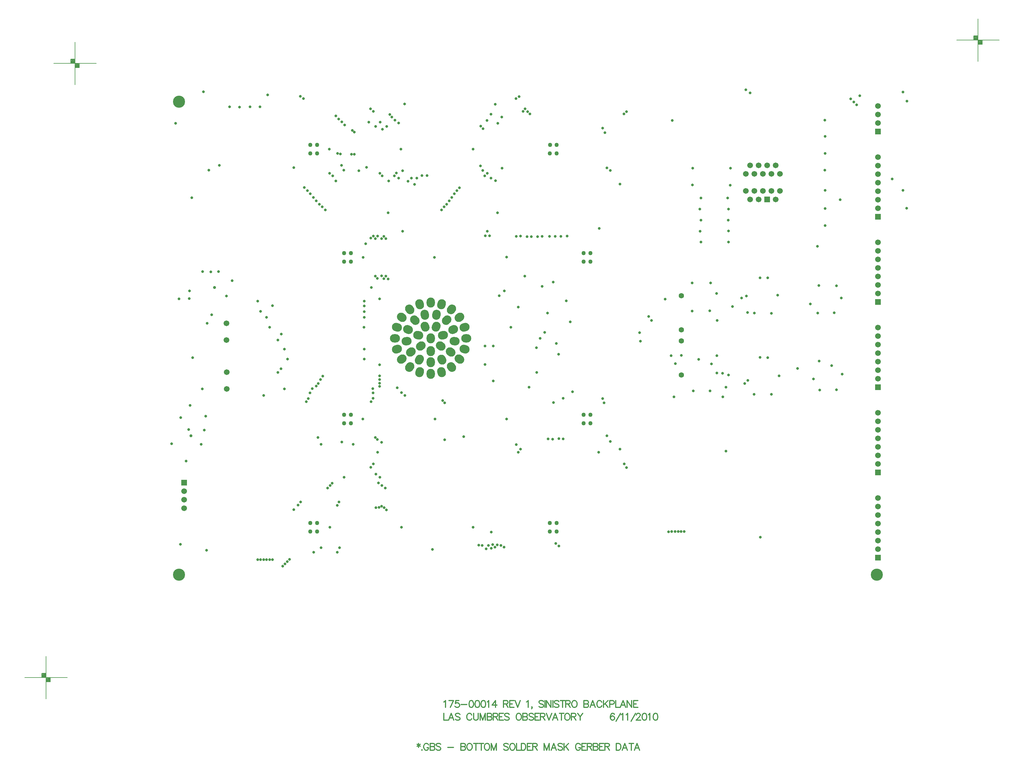
<source format=gbs>
%FSLAX23Y23*%
%MOIN*%
G70*
G01*
G75*
G04 Layer_Color=16711935*
%ADD10R,0.050X0.050*%
%ADD11R,0.078X0.048*%
%ADD12R,0.050X0.050*%
%ADD13R,0.135X0.070*%
%ADD14R,0.037X0.035*%
%ADD15R,0.037X0.035*%
%ADD16R,0.100X0.100*%
%ADD17R,0.067X0.067*%
%ADD18O,0.028X0.018*%
%ADD19O,0.098X0.028*%
%ADD20R,0.094X0.130*%
%ADD21R,0.709X0.020*%
%ADD22R,0.016X0.085*%
%ADD23R,0.070X0.135*%
%ADD24C,0.030*%
%ADD25C,0.010*%
%ADD26C,0.020*%
%ADD27C,0.012*%
%ADD28C,0.008*%
%ADD29C,0.012*%
%ADD30C,0.012*%
%ADD31C,0.059*%
%ADD32R,0.059X0.059*%
%ADD33C,0.055*%
%ADD34C,0.134*%
%ADD35C,0.050*%
G04:AMPARAMS|DCode=36|XSize=90mil|YSize=110mil|CornerRadius=0mil|HoleSize=0mil|Usage=FLASHONLY|Rotation=162.000|XOffset=0mil|YOffset=0mil|HoleType=Round|Shape=Round|*
%AMOVALD36*
21,1,0.020,0.090,0.000,0.000,252.0*
1,1,0.090,0.003,0.010*
1,1,0.090,-0.003,-0.010*
%
%ADD36OVALD36*%

G04:AMPARAMS|DCode=37|XSize=90mil|YSize=110mil|CornerRadius=0mil|HoleSize=0mil|Usage=FLASHONLY|Rotation=144.000|XOffset=0mil|YOffset=0mil|HoleType=Round|Shape=Round|*
%AMOVALD37*
21,1,0.020,0.090,0.000,0.000,234.0*
1,1,0.090,0.006,0.008*
1,1,0.090,-0.006,-0.008*
%
%ADD37OVALD37*%

G04:AMPARAMS|DCode=38|XSize=90mil|YSize=110mil|CornerRadius=0mil|HoleSize=0mil|Usage=FLASHONLY|Rotation=126.000|XOffset=0mil|YOffset=0mil|HoleType=Round|Shape=Round|*
%AMOVALD38*
21,1,0.020,0.090,0.000,0.000,216.0*
1,1,0.090,0.008,0.006*
1,1,0.090,-0.008,-0.006*
%
%ADD38OVALD38*%

G04:AMPARAMS|DCode=39|XSize=90mil|YSize=110mil|CornerRadius=0mil|HoleSize=0mil|Usage=FLASHONLY|Rotation=108.000|XOffset=0mil|YOffset=0mil|HoleType=Round|Shape=Round|*
%AMOVALD39*
21,1,0.020,0.090,0.000,0.000,198.0*
1,1,0.090,0.010,0.003*
1,1,0.090,-0.010,-0.003*
%
%ADD39OVALD39*%

%ADD40O,0.110X0.090*%
G04:AMPARAMS|DCode=41|XSize=90mil|YSize=110mil|CornerRadius=0mil|HoleSize=0mil|Usage=FLASHONLY|Rotation=72.000|XOffset=0mil|YOffset=0mil|HoleType=Round|Shape=Round|*
%AMOVALD41*
21,1,0.020,0.090,0.000,0.000,162.0*
1,1,0.090,0.010,-0.003*
1,1,0.090,-0.010,0.003*
%
%ADD41OVALD41*%

G04:AMPARAMS|DCode=42|XSize=90mil|YSize=110mil|CornerRadius=0mil|HoleSize=0mil|Usage=FLASHONLY|Rotation=54.000|XOffset=0mil|YOffset=0mil|HoleType=Round|Shape=Round|*
%AMOVALD42*
21,1,0.020,0.090,0.000,0.000,144.0*
1,1,0.090,0.008,-0.006*
1,1,0.090,-0.008,0.006*
%
%ADD42OVALD42*%

G04:AMPARAMS|DCode=43|XSize=90mil|YSize=110mil|CornerRadius=0mil|HoleSize=0mil|Usage=FLASHONLY|Rotation=36.000|XOffset=0mil|YOffset=0mil|HoleType=Round|Shape=Round|*
%AMOVALD43*
21,1,0.020,0.090,0.000,0.000,126.0*
1,1,0.090,0.006,-0.008*
1,1,0.090,-0.006,0.008*
%
%ADD43OVALD43*%

G04:AMPARAMS|DCode=44|XSize=90mil|YSize=110mil|CornerRadius=0mil|HoleSize=0mil|Usage=FLASHONLY|Rotation=18.000|XOffset=0mil|YOffset=0mil|HoleType=Round|Shape=Round|*
%AMOVALD44*
21,1,0.020,0.090,0.000,0.000,108.0*
1,1,0.090,0.003,-0.010*
1,1,0.090,-0.003,0.010*
%
%ADD44OVALD44*%

%ADD45O,0.090X0.110*%
G04:AMPARAMS|DCode=46|XSize=90mil|YSize=110mil|CornerRadius=0mil|HoleSize=0mil|Usage=FLASHONLY|Rotation=152.304|XOffset=0mil|YOffset=0mil|HoleType=Round|Shape=Round|*
%AMOVALD46*
21,1,0.020,0.090,0.000,0.000,242.3*
1,1,0.090,0.005,0.009*
1,1,0.090,-0.005,-0.009*
%
%ADD46OVALD46*%

G04:AMPARAMS|DCode=47|XSize=90mil|YSize=110mil|CornerRadius=0mil|HoleSize=0mil|Usage=FLASHONLY|Rotation=124.612|XOffset=0mil|YOffset=0mil|HoleType=Round|Shape=Round|*
%AMOVALD47*
21,1,0.020,0.090,0.000,0.000,214.6*
1,1,0.090,0.008,0.006*
1,1,0.090,-0.008,-0.006*
%
%ADD47OVALD47*%

G04:AMPARAMS|DCode=48|XSize=90mil|YSize=110mil|CornerRadius=0mil|HoleSize=0mil|Usage=FLASHONLY|Rotation=96.920|XOffset=0mil|YOffset=0mil|HoleType=Round|Shape=Round|*
%AMOVALD48*
21,1,0.020,0.090,0.000,0.000,186.9*
1,1,0.090,0.010,0.001*
1,1,0.090,-0.010,-0.001*
%
%ADD48OVALD48*%

G04:AMPARAMS|DCode=49|XSize=90mil|YSize=110mil|CornerRadius=0mil|HoleSize=0mil|Usage=FLASHONLY|Rotation=69.228|XOffset=0mil|YOffset=0mil|HoleType=Round|Shape=Round|*
%AMOVALD49*
21,1,0.020,0.090,0.000,0.000,159.2*
1,1,0.090,0.009,-0.004*
1,1,0.090,-0.009,0.004*
%
%ADD49OVALD49*%

G04:AMPARAMS|DCode=50|XSize=90mil|YSize=110mil|CornerRadius=0mil|HoleSize=0mil|Usage=FLASHONLY|Rotation=41.536|XOffset=0mil|YOffset=0mil|HoleType=Round|Shape=Round|*
%AMOVALD50*
21,1,0.020,0.090,0.000,0.000,131.5*
1,1,0.090,0.007,-0.007*
1,1,0.090,-0.007,0.007*
%
%ADD50OVALD50*%

G04:AMPARAMS|DCode=51|XSize=90mil|YSize=110mil|CornerRadius=0mil|HoleSize=0mil|Usage=FLASHONLY|Rotation=13.844|XOffset=0mil|YOffset=0mil|HoleType=Round|Shape=Round|*
%AMOVALD51*
21,1,0.020,0.090,0.000,0.000,103.8*
1,1,0.090,0.002,-0.010*
1,1,0.090,-0.002,0.010*
%
%ADD51OVALD51*%

G04:AMPARAMS|DCode=52|XSize=90mil|YSize=110mil|CornerRadius=0mil|HoleSize=0mil|Usage=FLASHONLY|Rotation=346.152|XOffset=0mil|YOffset=0mil|HoleType=Round|Shape=Round|*
%AMOVALD52*
21,1,0.020,0.090,0.000,0.000,76.2*
1,1,0.090,-0.002,-0.010*
1,1,0.090,0.002,0.010*
%
%ADD52OVALD52*%

G04:AMPARAMS|DCode=53|XSize=90mil|YSize=110mil|CornerRadius=0mil|HoleSize=0mil|Usage=FLASHONLY|Rotation=318.460|XOffset=0mil|YOffset=0mil|HoleType=Round|Shape=Round|*
%AMOVALD53*
21,1,0.020,0.090,0.000,0.000,48.5*
1,1,0.090,-0.007,-0.007*
1,1,0.090,0.007,0.007*
%
%ADD53OVALD53*%

G04:AMPARAMS|DCode=54|XSize=90mil|YSize=110mil|CornerRadius=0mil|HoleSize=0mil|Usage=FLASHONLY|Rotation=290.768|XOffset=0mil|YOffset=0mil|HoleType=Round|Shape=Round|*
%AMOVALD54*
21,1,0.020,0.090,0.000,0.000,20.8*
1,1,0.090,-0.009,-0.004*
1,1,0.090,0.009,0.004*
%
%ADD54OVALD54*%

G04:AMPARAMS|DCode=55|XSize=90mil|YSize=110mil|CornerRadius=0mil|HoleSize=0mil|Usage=FLASHONLY|Rotation=263.076|XOffset=0mil|YOffset=0mil|HoleType=Round|Shape=Round|*
%AMOVALD55*
21,1,0.020,0.090,0.000,0.000,353.1*
1,1,0.090,-0.010,0.001*
1,1,0.090,0.010,-0.001*
%
%ADD55OVALD55*%

G04:AMPARAMS|DCode=56|XSize=90mil|YSize=110mil|CornerRadius=0mil|HoleSize=0mil|Usage=FLASHONLY|Rotation=235.384|XOffset=0mil|YOffset=0mil|HoleType=Round|Shape=Round|*
%AMOVALD56*
21,1,0.020,0.090,0.000,0.000,325.4*
1,1,0.090,-0.008,0.006*
1,1,0.090,0.008,-0.006*
%
%ADD56OVALD56*%

G04:AMPARAMS|DCode=57|XSize=90mil|YSize=110mil|CornerRadius=0mil|HoleSize=0mil|Usage=FLASHONLY|Rotation=207.692|XOffset=0mil|YOffset=0mil|HoleType=Round|Shape=Round|*
%AMOVALD57*
21,1,0.020,0.090,0.000,0.000,297.7*
1,1,0.090,-0.005,0.009*
1,1,0.090,0.005,-0.009*
%
%ADD57OVALD57*%

G04:AMPARAMS|DCode=58|XSize=90mil|YSize=110mil|CornerRadius=0mil|HoleSize=0mil|Usage=FLASHONLY|Rotation=128.568|XOffset=0mil|YOffset=0mil|HoleType=Round|Shape=Round|*
%AMOVALD58*
21,1,0.020,0.090,0.000,0.000,218.6*
1,1,0.090,0.008,0.006*
1,1,0.090,-0.008,-0.006*
%
%ADD58OVALD58*%

G04:AMPARAMS|DCode=59|XSize=90mil|YSize=110mil|CornerRadius=0mil|HoleSize=0mil|Usage=FLASHONLY|Rotation=77.140|XOffset=0mil|YOffset=0mil|HoleType=Round|Shape=Round|*
%AMOVALD59*
21,1,0.020,0.090,0.000,0.000,167.1*
1,1,0.090,0.010,-0.002*
1,1,0.090,-0.010,0.002*
%
%ADD59OVALD59*%

G04:AMPARAMS|DCode=60|XSize=90mil|YSize=110mil|CornerRadius=0mil|HoleSize=0mil|Usage=FLASHONLY|Rotation=25.712|XOffset=0mil|YOffset=0mil|HoleType=Round|Shape=Round|*
%AMOVALD60*
21,1,0.020,0.090,0.000,0.000,115.7*
1,1,0.090,0.004,-0.009*
1,1,0.090,-0.004,0.009*
%
%ADD60OVALD60*%

G04:AMPARAMS|DCode=61|XSize=90mil|YSize=110mil|CornerRadius=0mil|HoleSize=0mil|Usage=FLASHONLY|Rotation=334.284|XOffset=0mil|YOffset=0mil|HoleType=Round|Shape=Round|*
%AMOVALD61*
21,1,0.020,0.090,0.000,0.000,64.3*
1,1,0.090,-0.004,-0.009*
1,1,0.090,0.004,0.009*
%
%ADD61OVALD61*%

G04:AMPARAMS|DCode=62|XSize=90mil|YSize=110mil|CornerRadius=0mil|HoleSize=0mil|Usage=FLASHONLY|Rotation=282.856|XOffset=0mil|YOffset=0mil|HoleType=Round|Shape=Round|*
%AMOVALD62*
21,1,0.020,0.090,0.000,0.000,12.9*
1,1,0.090,-0.010,-0.002*
1,1,0.090,0.010,0.002*
%
%ADD62OVALD62*%

G04:AMPARAMS|DCode=63|XSize=90mil|YSize=110mil|CornerRadius=0mil|HoleSize=0mil|Usage=FLASHONLY|Rotation=231.428|XOffset=0mil|YOffset=0mil|HoleType=Round|Shape=Round|*
%AMOVALD63*
21,1,0.020,0.090,0.000,0.000,321.4*
1,1,0.090,-0.008,0.006*
1,1,0.090,0.008,-0.006*
%
%ADD63OVALD63*%

%ADD64C,0.024*%
%ADD65C,0.028*%
%ADD66C,0.040*%
%ADD67C,0.075*%
%ADD68C,0.068*%
G04:AMPARAMS|DCode=69|XSize=87.559mil|YSize=87.559mil|CornerRadius=0mil|HoleSize=0mil|Usage=FLASHONLY|Rotation=0.000|XOffset=0mil|YOffset=0mil|HoleType=Round|Shape=Relief|Width=10mil|Gap=10mil|Entries=4|*
%AMTHD69*
7,0,0,0.088,0.068,0.010,45*
%
%ADD69THD69*%
%ADD70C,0.073*%
G04:AMPARAMS|DCode=71|XSize=93.465mil|YSize=93.465mil|CornerRadius=0mil|HoleSize=0mil|Usage=FLASHONLY|Rotation=0.000|XOffset=0mil|YOffset=0mil|HoleType=Round|Shape=Relief|Width=10mil|Gap=10mil|Entries=4|*
%AMTHD71*
7,0,0,0.093,0.073,0.010,45*
%
%ADD71THD71*%
G04:AMPARAMS|DCode=72|XSize=95.433mil|YSize=95.433mil|CornerRadius=0mil|HoleSize=0mil|Usage=FLASHONLY|Rotation=0.000|XOffset=0mil|YOffset=0mil|HoleType=Round|Shape=Relief|Width=10mil|Gap=10mil|Entries=4|*
%AMTHD72*
7,0,0,0.095,0.075,0.010,45*
%
%ADD72THD72*%
%ADD73C,0.071*%
%ADD74C,0.174*%
%ADD75C,0.065*%
G04:AMPARAMS|DCode=76|XSize=85mil|YSize=85mil|CornerRadius=0mil|HoleSize=0mil|Usage=FLASHONLY|Rotation=0.000|XOffset=0mil|YOffset=0mil|HoleType=Round|Shape=Relief|Width=10mil|Gap=10mil|Entries=4|*
%AMTHD76*
7,0,0,0.085,0.065,0.010,45*
%
%ADD76THD76*%
%ADD77C,0.110*%
G04:AMPARAMS|DCode=78|XSize=130mil|YSize=130mil|CornerRadius=0mil|HoleSize=0mil|Usage=FLASHONLY|Rotation=0.000|XOffset=0mil|YOffset=0mil|HoleType=Round|Shape=Relief|Width=10mil|Gap=10mil|Entries=4|*
%AMTHD78*
7,0,0,0.130,0.110,0.010,45*
%
%ADD78THD78*%
%ADD79C,0.053*%
G04:AMPARAMS|DCode=80|XSize=70mil|YSize=70mil|CornerRadius=0mil|HoleSize=0mil|Usage=FLASHONLY|Rotation=0.000|XOffset=0mil|YOffset=0mil|HoleType=Round|Shape=Relief|Width=10mil|Gap=10mil|Entries=4|*
%AMTHD80*
7,0,0,0.070,0.050,0.010,45*
%
%ADD80THD80*%
G04:AMPARAMS|DCode=81|XSize=73mil|YSize=73mil|CornerRadius=0mil|HoleSize=0mil|Usage=FLASHONLY|Rotation=0.000|XOffset=0mil|YOffset=0mil|HoleType=Round|Shape=Relief|Width=10mil|Gap=10mil|Entries=4|*
%AMTHD81*
7,0,0,0.073,0.053,0.010,45*
%
%ADD81THD81*%
%ADD82C,0.010*%
%ADD83C,0.010*%
%ADD84C,0.006*%
%ADD85C,0.007*%
%ADD86C,0.008*%
%ADD87R,1.096X0.079*%
%ADD88R,1.496X0.079*%
%ADD89R,0.257X0.178*%
%ADD90R,0.058X0.058*%
%ADD91R,0.086X0.056*%
%ADD92R,0.058X0.058*%
%ADD93R,0.143X0.078*%
%ADD94R,0.045X0.043*%
%ADD95R,0.045X0.043*%
%ADD96R,0.108X0.108*%
%ADD97R,0.075X0.075*%
%ADD98O,0.036X0.026*%
%ADD99O,0.106X0.036*%
%ADD100R,0.102X0.138*%
%ADD101R,0.717X0.028*%
%ADD102R,0.024X0.093*%
%ADD103R,0.078X0.143*%
%ADD104C,0.067*%
%ADD105R,0.067X0.067*%
%ADD106C,0.063*%
%ADD107C,0.142*%
G04:AMPARAMS|DCode=108|XSize=98mil|YSize=118mil|CornerRadius=0mil|HoleSize=0mil|Usage=FLASHONLY|Rotation=162.000|XOffset=0mil|YOffset=0mil|HoleType=Round|Shape=Round|*
%AMOVALD108*
21,1,0.020,0.098,0.000,0.000,252.0*
1,1,0.098,0.003,0.010*
1,1,0.098,-0.003,-0.010*
%
%ADD108OVALD108*%

G04:AMPARAMS|DCode=109|XSize=98mil|YSize=118mil|CornerRadius=0mil|HoleSize=0mil|Usage=FLASHONLY|Rotation=144.000|XOffset=0mil|YOffset=0mil|HoleType=Round|Shape=Round|*
%AMOVALD109*
21,1,0.020,0.098,0.000,0.000,234.0*
1,1,0.098,0.006,0.008*
1,1,0.098,-0.006,-0.008*
%
%ADD109OVALD109*%

G04:AMPARAMS|DCode=110|XSize=98mil|YSize=118mil|CornerRadius=0mil|HoleSize=0mil|Usage=FLASHONLY|Rotation=126.000|XOffset=0mil|YOffset=0mil|HoleType=Round|Shape=Round|*
%AMOVALD110*
21,1,0.020,0.098,0.000,0.000,216.0*
1,1,0.098,0.008,0.006*
1,1,0.098,-0.008,-0.006*
%
%ADD110OVALD110*%

G04:AMPARAMS|DCode=111|XSize=98mil|YSize=118mil|CornerRadius=0mil|HoleSize=0mil|Usage=FLASHONLY|Rotation=108.000|XOffset=0mil|YOffset=0mil|HoleType=Round|Shape=Round|*
%AMOVALD111*
21,1,0.020,0.098,0.000,0.000,198.0*
1,1,0.098,0.010,0.003*
1,1,0.098,-0.010,-0.003*
%
%ADD111OVALD111*%

%ADD112O,0.118X0.098*%
G04:AMPARAMS|DCode=113|XSize=98mil|YSize=118mil|CornerRadius=0mil|HoleSize=0mil|Usage=FLASHONLY|Rotation=72.000|XOffset=0mil|YOffset=0mil|HoleType=Round|Shape=Round|*
%AMOVALD113*
21,1,0.020,0.098,0.000,0.000,162.0*
1,1,0.098,0.010,-0.003*
1,1,0.098,-0.010,0.003*
%
%ADD113OVALD113*%

G04:AMPARAMS|DCode=114|XSize=98mil|YSize=118mil|CornerRadius=0mil|HoleSize=0mil|Usage=FLASHONLY|Rotation=54.000|XOffset=0mil|YOffset=0mil|HoleType=Round|Shape=Round|*
%AMOVALD114*
21,1,0.020,0.098,0.000,0.000,144.0*
1,1,0.098,0.008,-0.006*
1,1,0.098,-0.008,0.006*
%
%ADD114OVALD114*%

G04:AMPARAMS|DCode=115|XSize=98mil|YSize=118mil|CornerRadius=0mil|HoleSize=0mil|Usage=FLASHONLY|Rotation=36.000|XOffset=0mil|YOffset=0mil|HoleType=Round|Shape=Round|*
%AMOVALD115*
21,1,0.020,0.098,0.000,0.000,126.0*
1,1,0.098,0.006,-0.008*
1,1,0.098,-0.006,0.008*
%
%ADD115OVALD115*%

G04:AMPARAMS|DCode=116|XSize=98mil|YSize=118mil|CornerRadius=0mil|HoleSize=0mil|Usage=FLASHONLY|Rotation=18.000|XOffset=0mil|YOffset=0mil|HoleType=Round|Shape=Round|*
%AMOVALD116*
21,1,0.020,0.098,0.000,0.000,108.0*
1,1,0.098,0.003,-0.010*
1,1,0.098,-0.003,0.010*
%
%ADD116OVALD116*%

%ADD117O,0.098X0.118*%
G04:AMPARAMS|DCode=118|XSize=98mil|YSize=118mil|CornerRadius=0mil|HoleSize=0mil|Usage=FLASHONLY|Rotation=152.304|XOffset=0mil|YOffset=0mil|HoleType=Round|Shape=Round|*
%AMOVALD118*
21,1,0.020,0.098,0.000,0.000,242.3*
1,1,0.098,0.005,0.009*
1,1,0.098,-0.005,-0.009*
%
%ADD118OVALD118*%

G04:AMPARAMS|DCode=119|XSize=98mil|YSize=118mil|CornerRadius=0mil|HoleSize=0mil|Usage=FLASHONLY|Rotation=124.612|XOffset=0mil|YOffset=0mil|HoleType=Round|Shape=Round|*
%AMOVALD119*
21,1,0.020,0.098,0.000,0.000,214.6*
1,1,0.098,0.008,0.006*
1,1,0.098,-0.008,-0.006*
%
%ADD119OVALD119*%

G04:AMPARAMS|DCode=120|XSize=98mil|YSize=118mil|CornerRadius=0mil|HoleSize=0mil|Usage=FLASHONLY|Rotation=96.920|XOffset=0mil|YOffset=0mil|HoleType=Round|Shape=Round|*
%AMOVALD120*
21,1,0.020,0.098,0.000,0.000,186.9*
1,1,0.098,0.010,0.001*
1,1,0.098,-0.010,-0.001*
%
%ADD120OVALD120*%

G04:AMPARAMS|DCode=121|XSize=98mil|YSize=118mil|CornerRadius=0mil|HoleSize=0mil|Usage=FLASHONLY|Rotation=69.228|XOffset=0mil|YOffset=0mil|HoleType=Round|Shape=Round|*
%AMOVALD121*
21,1,0.020,0.098,0.000,0.000,159.2*
1,1,0.098,0.009,-0.004*
1,1,0.098,-0.009,0.004*
%
%ADD121OVALD121*%

G04:AMPARAMS|DCode=122|XSize=98mil|YSize=118mil|CornerRadius=0mil|HoleSize=0mil|Usage=FLASHONLY|Rotation=41.536|XOffset=0mil|YOffset=0mil|HoleType=Round|Shape=Round|*
%AMOVALD122*
21,1,0.020,0.098,0.000,0.000,131.5*
1,1,0.098,0.007,-0.007*
1,1,0.098,-0.007,0.007*
%
%ADD122OVALD122*%

G04:AMPARAMS|DCode=123|XSize=98mil|YSize=118mil|CornerRadius=0mil|HoleSize=0mil|Usage=FLASHONLY|Rotation=13.844|XOffset=0mil|YOffset=0mil|HoleType=Round|Shape=Round|*
%AMOVALD123*
21,1,0.020,0.098,0.000,0.000,103.8*
1,1,0.098,0.002,-0.010*
1,1,0.098,-0.002,0.010*
%
%ADD123OVALD123*%

G04:AMPARAMS|DCode=124|XSize=98mil|YSize=118mil|CornerRadius=0mil|HoleSize=0mil|Usage=FLASHONLY|Rotation=346.152|XOffset=0mil|YOffset=0mil|HoleType=Round|Shape=Round|*
%AMOVALD124*
21,1,0.020,0.098,0.000,0.000,76.2*
1,1,0.098,-0.002,-0.010*
1,1,0.098,0.002,0.010*
%
%ADD124OVALD124*%

G04:AMPARAMS|DCode=125|XSize=98mil|YSize=118mil|CornerRadius=0mil|HoleSize=0mil|Usage=FLASHONLY|Rotation=318.460|XOffset=0mil|YOffset=0mil|HoleType=Round|Shape=Round|*
%AMOVALD125*
21,1,0.020,0.098,0.000,0.000,48.5*
1,1,0.098,-0.007,-0.007*
1,1,0.098,0.007,0.007*
%
%ADD125OVALD125*%

G04:AMPARAMS|DCode=126|XSize=98mil|YSize=118mil|CornerRadius=0mil|HoleSize=0mil|Usage=FLASHONLY|Rotation=290.768|XOffset=0mil|YOffset=0mil|HoleType=Round|Shape=Round|*
%AMOVALD126*
21,1,0.020,0.098,0.000,0.000,20.8*
1,1,0.098,-0.009,-0.004*
1,1,0.098,0.009,0.004*
%
%ADD126OVALD126*%

G04:AMPARAMS|DCode=127|XSize=98mil|YSize=118mil|CornerRadius=0mil|HoleSize=0mil|Usage=FLASHONLY|Rotation=263.076|XOffset=0mil|YOffset=0mil|HoleType=Round|Shape=Round|*
%AMOVALD127*
21,1,0.020,0.098,0.000,0.000,353.1*
1,1,0.098,-0.010,0.001*
1,1,0.098,0.010,-0.001*
%
%ADD127OVALD127*%

G04:AMPARAMS|DCode=128|XSize=98mil|YSize=118mil|CornerRadius=0mil|HoleSize=0mil|Usage=FLASHONLY|Rotation=235.384|XOffset=0mil|YOffset=0mil|HoleType=Round|Shape=Round|*
%AMOVALD128*
21,1,0.020,0.098,0.000,0.000,325.4*
1,1,0.098,-0.008,0.006*
1,1,0.098,0.008,-0.006*
%
%ADD128OVALD128*%

G04:AMPARAMS|DCode=129|XSize=98mil|YSize=118mil|CornerRadius=0mil|HoleSize=0mil|Usage=FLASHONLY|Rotation=207.692|XOffset=0mil|YOffset=0mil|HoleType=Round|Shape=Round|*
%AMOVALD129*
21,1,0.020,0.098,0.000,0.000,297.7*
1,1,0.098,-0.005,0.009*
1,1,0.098,0.005,-0.009*
%
%ADD129OVALD129*%

G04:AMPARAMS|DCode=130|XSize=98mil|YSize=118mil|CornerRadius=0mil|HoleSize=0mil|Usage=FLASHONLY|Rotation=128.568|XOffset=0mil|YOffset=0mil|HoleType=Round|Shape=Round|*
%AMOVALD130*
21,1,0.020,0.098,0.000,0.000,218.6*
1,1,0.098,0.008,0.006*
1,1,0.098,-0.008,-0.006*
%
%ADD130OVALD130*%

G04:AMPARAMS|DCode=131|XSize=98mil|YSize=118mil|CornerRadius=0mil|HoleSize=0mil|Usage=FLASHONLY|Rotation=77.140|XOffset=0mil|YOffset=0mil|HoleType=Round|Shape=Round|*
%AMOVALD131*
21,1,0.020,0.098,0.000,0.000,167.1*
1,1,0.098,0.010,-0.002*
1,1,0.098,-0.010,0.002*
%
%ADD131OVALD131*%

G04:AMPARAMS|DCode=132|XSize=98mil|YSize=118mil|CornerRadius=0mil|HoleSize=0mil|Usage=FLASHONLY|Rotation=25.712|XOffset=0mil|YOffset=0mil|HoleType=Round|Shape=Round|*
%AMOVALD132*
21,1,0.020,0.098,0.000,0.000,115.7*
1,1,0.098,0.004,-0.009*
1,1,0.098,-0.004,0.009*
%
%ADD132OVALD132*%

G04:AMPARAMS|DCode=133|XSize=98mil|YSize=118mil|CornerRadius=0mil|HoleSize=0mil|Usage=FLASHONLY|Rotation=334.284|XOffset=0mil|YOffset=0mil|HoleType=Round|Shape=Round|*
%AMOVALD133*
21,1,0.020,0.098,0.000,0.000,64.3*
1,1,0.098,-0.004,-0.009*
1,1,0.098,0.004,0.009*
%
%ADD133OVALD133*%

G04:AMPARAMS|DCode=134|XSize=98mil|YSize=118mil|CornerRadius=0mil|HoleSize=0mil|Usage=FLASHONLY|Rotation=282.856|XOffset=0mil|YOffset=0mil|HoleType=Round|Shape=Round|*
%AMOVALD134*
21,1,0.020,0.098,0.000,0.000,12.9*
1,1,0.098,-0.010,-0.002*
1,1,0.098,0.010,0.002*
%
%ADD134OVALD134*%

G04:AMPARAMS|DCode=135|XSize=98mil|YSize=118mil|CornerRadius=0mil|HoleSize=0mil|Usage=FLASHONLY|Rotation=231.428|XOffset=0mil|YOffset=0mil|HoleType=Round|Shape=Round|*
%AMOVALD135*
21,1,0.020,0.098,0.000,0.000,321.4*
1,1,0.098,-0.008,0.006*
1,1,0.098,0.008,-0.006*
%
%ADD135OVALD135*%

%ADD136C,0.032*%
%ADD137C,0.036*%
D27*
X14002Y8954D02*
Y8908D01*
X13983Y8942D02*
X14021Y8919D01*
Y8942D02*
X13983Y8919D01*
X14041Y8881D02*
X14037Y8878D01*
X14041Y8874D01*
X14045Y8878D01*
X14041Y8881D01*
X14119Y8935D02*
X14115Y8942D01*
X14108Y8950D01*
X14100Y8954D01*
X14085D01*
X14077Y8950D01*
X14070Y8942D01*
X14066Y8935D01*
X14062Y8923D01*
Y8904D01*
X14066Y8893D01*
X14070Y8885D01*
X14077Y8878D01*
X14085Y8874D01*
X14100D01*
X14108Y8878D01*
X14115Y8885D01*
X14119Y8893D01*
Y8904D01*
X14100D02*
X14119D01*
X14138Y8954D02*
Y8874D01*
Y8954D02*
X14172D01*
X14183Y8950D01*
X14187Y8946D01*
X14191Y8938D01*
Y8931D01*
X14187Y8923D01*
X14183Y8919D01*
X14172Y8916D01*
X14138D02*
X14172D01*
X14183Y8912D01*
X14187Y8908D01*
X14191Y8900D01*
Y8889D01*
X14187Y8881D01*
X14183Y8878D01*
X14172Y8874D01*
X14138D01*
X14262Y8942D02*
X14254Y8950D01*
X14243Y8954D01*
X14228D01*
X14216Y8950D01*
X14209Y8942D01*
Y8935D01*
X14213Y8927D01*
X14216Y8923D01*
X14224Y8919D01*
X14247Y8912D01*
X14254Y8908D01*
X14258Y8904D01*
X14262Y8897D01*
Y8885D01*
X14254Y8878D01*
X14243Y8874D01*
X14228D01*
X14216Y8878D01*
X14209Y8885D01*
X14343Y8908D02*
X14411D01*
X14498Y8954D02*
Y8874D01*
Y8954D02*
X14532D01*
X14544Y8950D01*
X14547Y8946D01*
X14551Y8938D01*
Y8931D01*
X14547Y8923D01*
X14544Y8919D01*
X14532Y8916D01*
X14498D02*
X14532D01*
X14544Y8912D01*
X14547Y8908D01*
X14551Y8900D01*
Y8889D01*
X14547Y8881D01*
X14544Y8878D01*
X14532Y8874D01*
X14498D01*
X14592Y8954D02*
X14584Y8950D01*
X14577Y8942D01*
X14573Y8935D01*
X14569Y8923D01*
Y8904D01*
X14573Y8893D01*
X14577Y8885D01*
X14584Y8878D01*
X14592Y8874D01*
X14607D01*
X14615Y8878D01*
X14622Y8885D01*
X14626Y8893D01*
X14630Y8904D01*
Y8923D01*
X14626Y8935D01*
X14622Y8942D01*
X14615Y8950D01*
X14607Y8954D01*
X14592D01*
X14675D02*
Y8874D01*
X14649Y8954D02*
X14702D01*
X14738D02*
Y8874D01*
X14712Y8954D02*
X14765D01*
X14797D02*
X14790Y8950D01*
X14782Y8942D01*
X14778Y8935D01*
X14774Y8923D01*
Y8904D01*
X14778Y8893D01*
X14782Y8885D01*
X14790Y8878D01*
X14797Y8874D01*
X14812D01*
X14820Y8878D01*
X14828Y8885D01*
X14832Y8893D01*
X14835Y8904D01*
Y8923D01*
X14832Y8935D01*
X14828Y8942D01*
X14820Y8950D01*
X14812Y8954D01*
X14797D01*
X14854D02*
Y8874D01*
Y8954D02*
X14884Y8874D01*
X14915Y8954D02*
X14884Y8874D01*
X14915Y8954D02*
Y8874D01*
X15054Y8942D02*
X15046Y8950D01*
X15035Y8954D01*
X15020D01*
X15008Y8950D01*
X15001Y8942D01*
Y8935D01*
X15004Y8927D01*
X15008Y8923D01*
X15016Y8919D01*
X15039Y8912D01*
X15046Y8908D01*
X15050Y8904D01*
X15054Y8897D01*
Y8885D01*
X15046Y8878D01*
X15035Y8874D01*
X15020D01*
X15008Y8878D01*
X15001Y8885D01*
X15095Y8954D02*
X15087Y8950D01*
X15079Y8942D01*
X15076Y8935D01*
X15072Y8923D01*
Y8904D01*
X15076Y8893D01*
X15079Y8885D01*
X15087Y8878D01*
X15095Y8874D01*
X15110D01*
X15118Y8878D01*
X15125Y8885D01*
X15129Y8893D01*
X15133Y8904D01*
Y8923D01*
X15129Y8935D01*
X15125Y8942D01*
X15118Y8950D01*
X15110Y8954D01*
X15095D01*
X15151D02*
Y8874D01*
X15197D01*
X15206Y8954D02*
Y8874D01*
Y8954D02*
X15233D01*
X15244Y8950D01*
X15252Y8942D01*
X15255Y8935D01*
X15259Y8923D01*
Y8904D01*
X15255Y8893D01*
X15252Y8885D01*
X15244Y8878D01*
X15233Y8874D01*
X15206D01*
X15327Y8954D02*
X15277D01*
Y8874D01*
X15327D01*
X15277Y8916D02*
X15308D01*
X15340Y8954D02*
Y8874D01*
Y8954D02*
X15374D01*
X15386Y8950D01*
X15389Y8946D01*
X15393Y8938D01*
Y8931D01*
X15389Y8923D01*
X15386Y8919D01*
X15374Y8916D01*
X15340D01*
X15367D02*
X15393Y8874D01*
X15474Y8954D02*
Y8874D01*
Y8954D02*
X15505Y8874D01*
X15535Y8954D02*
X15505Y8874D01*
X15535Y8954D02*
Y8874D01*
X15619D02*
X15588Y8954D01*
X15558Y8874D01*
X15569Y8900D02*
X15607D01*
X15691Y8942D02*
X15683Y8950D01*
X15672Y8954D01*
X15656D01*
X15645Y8950D01*
X15637Y8942D01*
Y8935D01*
X15641Y8927D01*
X15645Y8923D01*
X15653Y8919D01*
X15676Y8912D01*
X15683Y8908D01*
X15687Y8904D01*
X15691Y8897D01*
Y8885D01*
X15683Y8878D01*
X15672Y8874D01*
X15656D01*
X15645Y8878D01*
X15637Y8885D01*
X15709Y8954D02*
Y8874D01*
X15762Y8954D02*
X15709Y8900D01*
X15728Y8919D02*
X15762Y8874D01*
X15900Y8935D02*
X15896Y8942D01*
X15888Y8950D01*
X15881Y8954D01*
X15866D01*
X15858Y8950D01*
X15850Y8942D01*
X15847Y8935D01*
X15843Y8923D01*
Y8904D01*
X15847Y8893D01*
X15850Y8885D01*
X15858Y8878D01*
X15866Y8874D01*
X15881D01*
X15888Y8878D01*
X15896Y8885D01*
X15900Y8893D01*
Y8904D01*
X15881D02*
X15900D01*
X15968Y8954D02*
X15918D01*
Y8874D01*
X15968D01*
X15918Y8916D02*
X15949D01*
X15981Y8954D02*
Y8874D01*
Y8954D02*
X16015D01*
X16027Y8950D01*
X16030Y8946D01*
X16034Y8938D01*
Y8931D01*
X16030Y8923D01*
X16027Y8919D01*
X16015Y8916D01*
X15981D01*
X16008D02*
X16034Y8874D01*
X16052Y8954D02*
Y8874D01*
Y8954D02*
X16086D01*
X16098Y8950D01*
X16102Y8946D01*
X16106Y8938D01*
Y8931D01*
X16102Y8923D01*
X16098Y8919D01*
X16086Y8916D01*
X16052D02*
X16086D01*
X16098Y8912D01*
X16102Y8908D01*
X16106Y8900D01*
Y8889D01*
X16102Y8881D01*
X16098Y8878D01*
X16086Y8874D01*
X16052D01*
X16173Y8954D02*
X16123D01*
Y8874D01*
X16173D01*
X16123Y8916D02*
X16154D01*
X16186Y8954D02*
Y8874D01*
Y8954D02*
X16221D01*
X16232Y8950D01*
X16236Y8946D01*
X16240Y8938D01*
Y8931D01*
X16236Y8923D01*
X16232Y8919D01*
X16221Y8916D01*
X16186D01*
X16213D02*
X16240Y8874D01*
X16320Y8954D02*
Y8874D01*
Y8954D02*
X16347D01*
X16358Y8950D01*
X16366Y8942D01*
X16370Y8935D01*
X16374Y8923D01*
Y8904D01*
X16370Y8893D01*
X16366Y8885D01*
X16358Y8878D01*
X16347Y8874D01*
X16320D01*
X16452D02*
X16422Y8954D01*
X16392Y8874D01*
X16403Y8900D02*
X16441D01*
X16498Y8954D02*
Y8874D01*
X16471Y8954D02*
X16524D01*
X16595Y8874D02*
X16564Y8954D01*
X16534Y8874D01*
X16545Y8900D02*
X16584D01*
D28*
X9940Y16958D02*
X9950D01*
X9940Y16953D02*
Y16963D01*
Y16953D02*
X9950Y16953D01*
X9950Y16963D01*
X9940D02*
X9950D01*
X9935Y16948D02*
Y16963D01*
Y16948D02*
X9955D01*
Y16968D01*
X9935Y16968D02*
X9955Y16968D01*
X9930Y16943D02*
Y16968D01*
Y16943D02*
X9960D01*
Y16973D01*
X9930D02*
X9960D01*
X9925Y16938D02*
Y16978D01*
Y16938D02*
X9965D01*
Y16978D01*
X9925D02*
X9965D01*
X9990Y16908D02*
X10000D01*
X9990Y16903D02*
X9990Y16913D01*
X9990Y16903D02*
X10000D01*
Y16913D01*
X9990Y16913D02*
X10000Y16913D01*
X9985Y16898D02*
Y16913D01*
Y16898D02*
X10005Y16898D01*
X10005Y16918D02*
X10005Y16898D01*
X9985Y16918D02*
X10005D01*
X9980Y16893D02*
Y16918D01*
Y16893D02*
X10010D01*
Y16923D01*
X9980D02*
X10010D01*
X9975Y16888D02*
Y16928D01*
Y16888D02*
X10015D01*
Y16928D01*
X9975D02*
X10015D01*
X9970Y16883D02*
X10020Y16883D01*
X10020Y16933D02*
X10020Y16883D01*
X9920Y16983D02*
X9970Y16983D01*
X9920Y16983D02*
X9920Y16933D01*
X9970Y16683D02*
Y17183D01*
X9720Y16933D02*
X10220D01*
X20535Y17232D02*
X20545D01*
X20535Y17227D02*
Y17237D01*
Y17227D02*
X20545Y17227D01*
X20545Y17237D01*
X20535D02*
X20545D01*
X20530Y17222D02*
Y17237D01*
Y17222D02*
X20550D01*
Y17242D01*
X20530Y17242D02*
X20550Y17242D01*
X20525Y17217D02*
Y17242D01*
Y17217D02*
X20555D01*
Y17247D01*
X20525D02*
X20555D01*
X20520Y17212D02*
Y17252D01*
Y17212D02*
X20560D01*
Y17252D01*
X20520D02*
X20560D01*
X20585Y17182D02*
X20595D01*
X20585Y17177D02*
X20585Y17187D01*
X20585Y17177D02*
X20595D01*
Y17187D01*
X20585Y17187D02*
X20595Y17187D01*
X20580Y17172D02*
Y17187D01*
Y17172D02*
X20600Y17172D01*
X20600Y17192D02*
X20600Y17172D01*
X20580Y17192D02*
X20600D01*
X20575Y17167D02*
Y17192D01*
Y17167D02*
X20605D01*
Y17197D01*
X20575D02*
X20605D01*
X20570Y17162D02*
Y17202D01*
Y17162D02*
X20610D01*
Y17202D01*
X20570D02*
X20610D01*
X20565Y17157D02*
X20615Y17157D01*
X20615Y17207D02*
X20615Y17157D01*
X20515Y17257D02*
X20565Y17257D01*
X20515Y17257D02*
X20515Y17207D01*
X20565Y16957D02*
Y17457D01*
X20315Y17207D02*
X20815D01*
X9601Y9751D02*
X9611D01*
X9601Y9746D02*
Y9756D01*
Y9746D02*
X9611Y9746D01*
X9611Y9756D01*
X9601D02*
X9611D01*
X9596Y9741D02*
Y9756D01*
Y9741D02*
X9616D01*
Y9761D01*
X9596Y9761D02*
X9616Y9761D01*
X9591Y9736D02*
Y9761D01*
Y9736D02*
X9621D01*
Y9766D01*
X9591D02*
X9621D01*
X9586Y9731D02*
Y9771D01*
Y9731D02*
X9626D01*
Y9771D01*
X9586D02*
X9626D01*
X9651Y9701D02*
X9661D01*
X9651Y9696D02*
X9651Y9706D01*
X9651Y9696D02*
X9661D01*
Y9706D01*
X9651Y9706D02*
X9661Y9706D01*
X9646Y9691D02*
Y9706D01*
Y9691D02*
X9666Y9691D01*
X9666Y9711D02*
X9666Y9691D01*
X9646Y9711D02*
X9666D01*
X9641Y9686D02*
Y9711D01*
Y9686D02*
X9671D01*
Y9716D01*
X9641D02*
X9671D01*
X9636Y9681D02*
Y9721D01*
Y9681D02*
X9676D01*
Y9721D01*
X9636D02*
X9676D01*
X9631Y9676D02*
X9681Y9676D01*
X9681Y9726D02*
X9681Y9676D01*
X9581Y9776D02*
X9631Y9776D01*
X9581Y9776D02*
X9581Y9726D01*
X9631Y9476D02*
Y9976D01*
X9381Y9726D02*
X9881D01*
D29*
X14299Y9440D02*
X14307Y9444D01*
X14318Y9455D01*
Y9375D01*
X14411Y9455D02*
X14373Y9375D01*
X14358Y9455D02*
X14411D01*
X14475D02*
X14437D01*
X14433Y9421D01*
X14437Y9425D01*
X14448Y9429D01*
X14460D01*
X14471Y9425D01*
X14479Y9417D01*
X14483Y9406D01*
Y9398D01*
X14479Y9387D01*
X14471Y9379D01*
X14460Y9375D01*
X14448D01*
X14437Y9379D01*
X14433Y9383D01*
X14429Y9391D01*
X14501Y9410D02*
X14569D01*
X14616Y9455D02*
X14604Y9452D01*
X14597Y9440D01*
X14593Y9421D01*
Y9410D01*
X14597Y9391D01*
X14604Y9379D01*
X14616Y9375D01*
X14623D01*
X14635Y9379D01*
X14642Y9391D01*
X14646Y9410D01*
Y9421D01*
X14642Y9440D01*
X14635Y9452D01*
X14623Y9455D01*
X14616D01*
X14687D02*
X14675Y9452D01*
X14668Y9440D01*
X14664Y9421D01*
Y9410D01*
X14668Y9391D01*
X14675Y9379D01*
X14687Y9375D01*
X14694D01*
X14706Y9379D01*
X14713Y9391D01*
X14717Y9410D01*
Y9421D01*
X14713Y9440D01*
X14706Y9452D01*
X14694Y9455D01*
X14687D01*
X14758D02*
X14747Y9452D01*
X14739Y9440D01*
X14735Y9421D01*
Y9410D01*
X14739Y9391D01*
X14747Y9379D01*
X14758Y9375D01*
X14766D01*
X14777Y9379D01*
X14785Y9391D01*
X14788Y9410D01*
Y9421D01*
X14785Y9440D01*
X14777Y9452D01*
X14766Y9455D01*
X14758D01*
X14806Y9440D02*
X14814Y9444D01*
X14825Y9455D01*
Y9375D01*
X14903Y9455D02*
X14865Y9402D01*
X14922D01*
X14903Y9455D02*
Y9375D01*
X14999Y9455D02*
Y9375D01*
Y9455D02*
X15033D01*
X15045Y9452D01*
X15049Y9448D01*
X15052Y9440D01*
Y9433D01*
X15049Y9425D01*
X15045Y9421D01*
X15033Y9417D01*
X14999D01*
X15026D02*
X15052Y9375D01*
X15120Y9455D02*
X15070D01*
Y9375D01*
X15120D01*
X15070Y9417D02*
X15101D01*
X15133Y9455D02*
X15164Y9375D01*
X15194Y9455D02*
X15164Y9375D01*
X15267Y9440D02*
X15275Y9444D01*
X15286Y9455D01*
Y9375D01*
X15333Y9379D02*
X15330Y9375D01*
X15326Y9379D01*
X15330Y9383D01*
X15333Y9379D01*
Y9372D01*
X15330Y9364D01*
X15326Y9360D01*
X15467Y9444D02*
X15460Y9452D01*
X15448Y9455D01*
X15433D01*
X15421Y9452D01*
X15414Y9444D01*
Y9436D01*
X15418Y9429D01*
X15421Y9425D01*
X15429Y9421D01*
X15452Y9414D01*
X15460Y9410D01*
X15463Y9406D01*
X15467Y9398D01*
Y9387D01*
X15460Y9379D01*
X15448Y9375D01*
X15433D01*
X15421Y9379D01*
X15414Y9387D01*
X15485Y9455D02*
Y9375D01*
X15502Y9455D02*
Y9375D01*
Y9455D02*
X15555Y9375D01*
Y9455D02*
Y9375D01*
X15577Y9455D02*
Y9375D01*
X15647Y9444D02*
X15640Y9452D01*
X15628Y9455D01*
X15613D01*
X15602Y9452D01*
X15594Y9444D01*
Y9436D01*
X15598Y9429D01*
X15602Y9425D01*
X15609Y9421D01*
X15632Y9414D01*
X15640Y9410D01*
X15644Y9406D01*
X15647Y9398D01*
Y9387D01*
X15640Y9379D01*
X15628Y9375D01*
X15613D01*
X15602Y9379D01*
X15594Y9387D01*
X15692Y9455D02*
Y9375D01*
X15665Y9455D02*
X15719D01*
X15728D02*
Y9375D01*
Y9455D02*
X15762D01*
X15774Y9452D01*
X15778Y9448D01*
X15781Y9440D01*
Y9433D01*
X15778Y9425D01*
X15774Y9421D01*
X15762Y9417D01*
X15728D01*
X15755D02*
X15781Y9375D01*
X15822Y9455D02*
X15815Y9452D01*
X15807Y9444D01*
X15803Y9436D01*
X15799Y9425D01*
Y9406D01*
X15803Y9395D01*
X15807Y9387D01*
X15815Y9379D01*
X15822Y9375D01*
X15837D01*
X15845Y9379D01*
X15853Y9387D01*
X15856Y9395D01*
X15860Y9406D01*
Y9425D01*
X15856Y9436D01*
X15853Y9444D01*
X15845Y9452D01*
X15837Y9455D01*
X15822D01*
X15942D02*
Y9375D01*
Y9455D02*
X15976D01*
X15987Y9452D01*
X15991Y9448D01*
X15995Y9440D01*
Y9433D01*
X15991Y9425D01*
X15987Y9421D01*
X15976Y9417D01*
X15942D02*
X15976D01*
X15987Y9414D01*
X15991Y9410D01*
X15995Y9402D01*
Y9391D01*
X15991Y9383D01*
X15987Y9379D01*
X15976Y9375D01*
X15942D01*
X16074D02*
X16043Y9455D01*
X16013Y9375D01*
X16024Y9402D02*
X16062D01*
X16150Y9436D02*
X16146Y9444D01*
X16138Y9452D01*
X16131Y9455D01*
X16115D01*
X16108Y9452D01*
X16100Y9444D01*
X16096Y9436D01*
X16093Y9425D01*
Y9406D01*
X16096Y9395D01*
X16100Y9387D01*
X16108Y9379D01*
X16115Y9375D01*
X16131D01*
X16138Y9379D01*
X16146Y9387D01*
X16150Y9395D01*
X16172Y9455D02*
Y9375D01*
X16225Y9455D02*
X16172Y9402D01*
X16191Y9421D02*
X16225Y9375D01*
X16243Y9414D02*
X16278D01*
X16289Y9417D01*
X16293Y9421D01*
X16297Y9429D01*
Y9440D01*
X16293Y9448D01*
X16289Y9452D01*
X16278Y9455D01*
X16243D01*
Y9375D01*
X16315Y9455D02*
Y9375D01*
X16360D01*
X16430D02*
X16400Y9455D01*
X16369Y9375D01*
X16381Y9402D02*
X16419D01*
X16449Y9455D02*
Y9375D01*
Y9455D02*
X16502Y9375D01*
Y9455D02*
Y9375D01*
X16574Y9455D02*
X16524D01*
Y9375D01*
X16574D01*
X16524Y9417D02*
X16555D01*
D30*
X14299Y9305D02*
Y9225D01*
X14345D01*
X14415D02*
X14384Y9305D01*
X14354Y9225D01*
X14365Y9252D02*
X14403D01*
X14487Y9294D02*
X14479Y9302D01*
X14468Y9305D01*
X14453D01*
X14441Y9302D01*
X14433Y9294D01*
Y9286D01*
X14437Y9279D01*
X14441Y9275D01*
X14449Y9271D01*
X14472Y9264D01*
X14479Y9260D01*
X14483Y9256D01*
X14487Y9248D01*
Y9237D01*
X14479Y9229D01*
X14468Y9225D01*
X14453D01*
X14441Y9229D01*
X14433Y9237D01*
X14625Y9286D02*
X14621Y9294D01*
X14613Y9302D01*
X14606Y9305D01*
X14590D01*
X14583Y9302D01*
X14575Y9294D01*
X14571Y9286D01*
X14568Y9275D01*
Y9256D01*
X14571Y9244D01*
X14575Y9237D01*
X14583Y9229D01*
X14590Y9225D01*
X14606D01*
X14613Y9229D01*
X14621Y9237D01*
X14625Y9244D01*
X14647Y9305D02*
Y9248D01*
X14651Y9237D01*
X14659Y9229D01*
X14670Y9225D01*
X14678D01*
X14689Y9229D01*
X14697Y9237D01*
X14700Y9248D01*
Y9305D01*
X14723D02*
Y9225D01*
Y9305D02*
X14753Y9225D01*
X14784Y9305D02*
X14753Y9225D01*
X14784Y9305D02*
Y9225D01*
X14806Y9305D02*
Y9225D01*
Y9305D02*
X14841D01*
X14852Y9302D01*
X14856Y9298D01*
X14860Y9290D01*
Y9283D01*
X14856Y9275D01*
X14852Y9271D01*
X14841Y9267D01*
X14806D02*
X14841D01*
X14852Y9264D01*
X14856Y9260D01*
X14860Y9252D01*
Y9241D01*
X14856Y9233D01*
X14852Y9229D01*
X14841Y9225D01*
X14806D01*
X14878Y9305D02*
Y9225D01*
Y9305D02*
X14912D01*
X14923Y9302D01*
X14927Y9298D01*
X14931Y9290D01*
Y9283D01*
X14927Y9275D01*
X14923Y9271D01*
X14912Y9267D01*
X14878D01*
X14904D02*
X14931Y9225D01*
X14998Y9305D02*
X14949D01*
Y9225D01*
X14998D01*
X14949Y9267D02*
X14979D01*
X15065Y9294D02*
X15057Y9302D01*
X15046Y9305D01*
X15031D01*
X15019Y9302D01*
X15012Y9294D01*
Y9286D01*
X15015Y9279D01*
X15019Y9275D01*
X15027Y9271D01*
X15050Y9264D01*
X15057Y9260D01*
X15061Y9256D01*
X15065Y9248D01*
Y9237D01*
X15057Y9229D01*
X15046Y9225D01*
X15031D01*
X15019Y9229D01*
X15012Y9237D01*
X15169Y9305D02*
X15161Y9302D01*
X15153Y9294D01*
X15150Y9286D01*
X15146Y9275D01*
Y9256D01*
X15150Y9244D01*
X15153Y9237D01*
X15161Y9229D01*
X15169Y9225D01*
X15184D01*
X15191Y9229D01*
X15199Y9237D01*
X15203Y9244D01*
X15207Y9256D01*
Y9275D01*
X15203Y9286D01*
X15199Y9294D01*
X15191Y9302D01*
X15184Y9305D01*
X15169D01*
X15225D02*
Y9225D01*
Y9305D02*
X15260D01*
X15271Y9302D01*
X15275Y9298D01*
X15279Y9290D01*
Y9283D01*
X15275Y9275D01*
X15271Y9271D01*
X15260Y9267D01*
X15225D02*
X15260D01*
X15271Y9264D01*
X15275Y9260D01*
X15279Y9252D01*
Y9241D01*
X15275Y9233D01*
X15271Y9229D01*
X15260Y9225D01*
X15225D01*
X15350Y9294D02*
X15342Y9302D01*
X15331Y9305D01*
X15316D01*
X15304Y9302D01*
X15297Y9294D01*
Y9286D01*
X15300Y9279D01*
X15304Y9275D01*
X15312Y9271D01*
X15335Y9264D01*
X15342Y9260D01*
X15346Y9256D01*
X15350Y9248D01*
Y9237D01*
X15342Y9229D01*
X15331Y9225D01*
X15316D01*
X15304Y9229D01*
X15297Y9237D01*
X15417Y9305D02*
X15368D01*
Y9225D01*
X15417D01*
X15368Y9267D02*
X15398D01*
X15431Y9305D02*
Y9225D01*
Y9305D02*
X15465D01*
X15476Y9302D01*
X15480Y9298D01*
X15484Y9290D01*
Y9283D01*
X15480Y9275D01*
X15476Y9271D01*
X15465Y9267D01*
X15431D01*
X15457D02*
X15484Y9225D01*
X15502Y9305D02*
X15532Y9225D01*
X15563Y9305D02*
X15532Y9225D01*
X15634D02*
X15604Y9305D01*
X15573Y9225D01*
X15584Y9252D02*
X15623D01*
X15679Y9305D02*
Y9225D01*
X15653Y9305D02*
X15706D01*
X15738D02*
X15731Y9302D01*
X15723Y9294D01*
X15719Y9286D01*
X15716Y9275D01*
Y9256D01*
X15719Y9244D01*
X15723Y9237D01*
X15731Y9229D01*
X15738Y9225D01*
X15754D01*
X15761Y9229D01*
X15769Y9237D01*
X15773Y9244D01*
X15776Y9256D01*
Y9275D01*
X15773Y9286D01*
X15769Y9294D01*
X15761Y9302D01*
X15754Y9305D01*
X15738D01*
X15795D02*
Y9225D01*
Y9305D02*
X15829D01*
X15841Y9302D01*
X15845Y9298D01*
X15848Y9290D01*
Y9283D01*
X15845Y9275D01*
X15841Y9271D01*
X15829Y9267D01*
X15795D01*
X15822D02*
X15848Y9225D01*
X15866Y9305D02*
X15897Y9267D01*
Y9225D01*
X15927Y9305D02*
X15897Y9267D01*
X16297Y9294D02*
X16294Y9302D01*
X16282Y9305D01*
X16275D01*
X16263Y9302D01*
X16256Y9290D01*
X16252Y9271D01*
Y9252D01*
X16256Y9237D01*
X16263Y9229D01*
X16275Y9225D01*
X16278D01*
X16290Y9229D01*
X16297Y9237D01*
X16301Y9248D01*
Y9252D01*
X16297Y9264D01*
X16290Y9271D01*
X16278Y9275D01*
X16275D01*
X16263Y9271D01*
X16256Y9264D01*
X16252Y9252D01*
X16319Y9214D02*
X16372Y9305D01*
X16377Y9290D02*
X16385Y9294D01*
X16397Y9305D01*
Y9225D01*
X16436Y9290D02*
X16444Y9294D01*
X16455Y9305D01*
Y9225D01*
X16495Y9214D02*
X16548Y9305D01*
X16557Y9286D02*
Y9290D01*
X16561Y9298D01*
X16565Y9302D01*
X16572Y9305D01*
X16588D01*
X16595Y9302D01*
X16599Y9298D01*
X16603Y9290D01*
Y9283D01*
X16599Y9275D01*
X16592Y9264D01*
X16553Y9225D01*
X16607D01*
X16647Y9305D02*
X16636Y9302D01*
X16628Y9290D01*
X16625Y9271D01*
Y9260D01*
X16628Y9241D01*
X16636Y9229D01*
X16647Y9225D01*
X16655D01*
X16667Y9229D01*
X16674Y9241D01*
X16678Y9260D01*
Y9271D01*
X16674Y9290D01*
X16667Y9302D01*
X16655Y9305D01*
X16647D01*
X16696Y9290D02*
X16703Y9294D01*
X16715Y9305D01*
Y9225D01*
X16777Y9305D02*
X16766Y9302D01*
X16758Y9290D01*
X16755Y9271D01*
Y9260D01*
X16758Y9241D01*
X16766Y9229D01*
X16777Y9225D01*
X16785D01*
X16796Y9229D01*
X16804Y9241D01*
X16808Y9260D01*
Y9271D01*
X16804Y9290D01*
X16796Y9302D01*
X16785Y9305D01*
X16777D01*
D35*
X12732Y11440D02*
D03*
X12812D02*
D03*
X12812Y11540D02*
D03*
X12732D02*
D03*
X15622D02*
D03*
Y11440D02*
D03*
X15542D02*
D03*
Y11540D02*
D03*
X15936Y14708D02*
D03*
Y14608D02*
D03*
X16016D02*
D03*
Y14708D02*
D03*
X13126D02*
D03*
X13206D02*
D03*
X13206Y14608D02*
D03*
X13126D02*
D03*
X16016Y12810D02*
D03*
X15937D02*
D03*
X15936Y12710D02*
D03*
X16016D02*
D03*
X13126D02*
D03*
Y12810D02*
D03*
X13206D02*
D03*
Y12710D02*
D03*
X12812Y15878D02*
D03*
Y15978D02*
D03*
X12732D02*
D03*
Y15878D02*
D03*
X15622D02*
D03*
X15542D02*
D03*
X15543Y15978D02*
D03*
X15622D02*
D03*
D104*
X19390Y14833D02*
D03*
Y14733D02*
D03*
Y14633D02*
D03*
Y14533D02*
D03*
Y14433D02*
D03*
Y14333D02*
D03*
Y14233D02*
D03*
X11250Y11713D02*
D03*
Y11813D02*
D03*
Y11913D02*
D03*
X19390Y12833D02*
D03*
Y12733D02*
D03*
Y12633D02*
D03*
Y12533D02*
D03*
Y12433D02*
D03*
Y12333D02*
D03*
Y12233D02*
D03*
Y13833D02*
D03*
Y13733D02*
D03*
Y13633D02*
D03*
Y13533D02*
D03*
Y13433D02*
D03*
Y13333D02*
D03*
Y13233D02*
D03*
Y11833D02*
D03*
Y11733D02*
D03*
Y11633D02*
D03*
Y11533D02*
D03*
Y11433D02*
D03*
Y11333D02*
D03*
Y11233D02*
D03*
X18191Y15338D02*
D03*
X18241Y15438D02*
D03*
Y15638D02*
D03*
X18191Y15738D02*
D03*
X18091D02*
D03*
X17991D02*
D03*
X17891D02*
D03*
X17841Y15638D02*
D03*
Y15438D02*
D03*
X17891Y15338D02*
D03*
X17991D02*
D03*
X18041Y15438D02*
D03*
X18141D02*
D03*
Y15638D02*
D03*
X18041D02*
D03*
X17941D02*
D03*
Y15438D02*
D03*
X19390Y15833D02*
D03*
Y15733D02*
D03*
Y15633D02*
D03*
Y15533D02*
D03*
Y15433D02*
D03*
Y15333D02*
D03*
Y15233D02*
D03*
X11750Y13114D02*
D03*
Y13311D02*
D03*
X11748Y13882D02*
D03*
Y13685D02*
D03*
X19390Y16433D02*
D03*
Y16333D02*
D03*
Y16233D02*
D03*
D105*
Y14133D02*
D03*
X11250Y12013D02*
D03*
X19390Y12133D02*
D03*
Y13133D02*
D03*
Y11133D02*
D03*
X18091Y15338D02*
D03*
X19390Y15133D02*
D03*
Y16133D02*
D03*
D106*
X17084Y13278D02*
D03*
Y13678D02*
D03*
Y14208D02*
D03*
Y13808D02*
D03*
D107*
X19379Y10933D02*
D03*
X11190Y16484D02*
D03*
Y10933D02*
D03*
D108*
X14014Y13311D02*
D03*
X14272Y14106D02*
D03*
D109*
X13897Y13370D02*
D03*
X14389Y14047D02*
D03*
D110*
X13805Y13463D02*
D03*
X14481Y13954D02*
D03*
D111*
X13746Y13579D02*
D03*
X14541Y13838D02*
D03*
D112*
X13725Y13708D02*
D03*
X14561D02*
D03*
D113*
X13746Y13838D02*
D03*
X14541Y13579D02*
D03*
D114*
X13805Y13954D02*
D03*
X14481Y13463D02*
D03*
D115*
X13897Y14047D02*
D03*
X14389Y13370D02*
D03*
D116*
X14014Y14106D02*
D03*
X14272Y13311D02*
D03*
D117*
X14143Y14126D02*
D03*
Y13290D02*
D03*
Y13425D02*
D03*
Y13558D02*
D03*
Y13708D02*
D03*
D118*
X14012Y13458D02*
D03*
D119*
X13910Y13548D02*
D03*
D120*
X13862Y13674D02*
D03*
D121*
X13879Y13809D02*
D03*
D122*
X13956Y13920D02*
D03*
D123*
X14075Y13983D02*
D03*
D124*
X14211Y13983D02*
D03*
D125*
X14331Y13920D02*
D03*
D126*
X14408Y13809D02*
D03*
D127*
X14424Y13674D02*
D03*
D128*
X14376Y13548D02*
D03*
D129*
X14275Y13458D02*
D03*
D130*
X14026Y13615D02*
D03*
D131*
X13997Y13742D02*
D03*
D132*
X14078Y13844D02*
D03*
D133*
X14208Y13844D02*
D03*
D134*
X14289Y13742D02*
D03*
D135*
X14260Y13615D02*
D03*
D136*
X13801Y13071D02*
D03*
X14853Y11242D02*
D03*
X14794Y11236D02*
D03*
X14821Y11277D02*
D03*
X14871Y11285D02*
D03*
X14924Y11283D02*
D03*
X14896Y11255D02*
D03*
X15005Y11258D02*
D03*
X14969Y11277D02*
D03*
X14749Y11278D02*
D03*
X14709Y11281D02*
D03*
X13500Y12114D02*
D03*
X13500Y11719D02*
D03*
X13536Y11723D02*
D03*
X13568Y11735D02*
D03*
X13599Y11720D02*
D03*
X13392Y15712D02*
D03*
X12538Y15711D02*
D03*
X12537Y11696D02*
D03*
X13625Y11694D02*
D03*
X12617Y11787D02*
D03*
X13069Y11786D02*
D03*
X13049Y11748D02*
D03*
X12589Y11749D02*
D03*
X12613Y16547D02*
D03*
X15180Y16542D02*
D03*
X12652Y16520D02*
D03*
X15145D02*
D03*
X13100Y12491D02*
D03*
X13569Y12487D02*
D03*
X13049Y11196D02*
D03*
X12772Y11195D02*
D03*
X12820Y12544D02*
D03*
X13494D02*
D03*
X13127Y12078D02*
D03*
X13546D02*
D03*
X12989Y12007D02*
D03*
X13532Y12009D02*
D03*
X13572Y11980D02*
D03*
X12964D02*
D03*
X12935Y11949D02*
D03*
X13612D02*
D03*
X13030Y15553D02*
D03*
X13651Y15552D02*
D03*
X12993Y15613D02*
D03*
X12958Y15644D02*
D03*
X16212Y15707D02*
D03*
X14980Y15703D02*
D03*
X16251Y15678D02*
D03*
X14754Y15676D02*
D03*
X16186Y16120D02*
D03*
X14756Y16165D02*
D03*
X16161Y16172D02*
D03*
X14731Y16196D02*
D03*
X16251Y12498D02*
D03*
X16212Y12563D02*
D03*
X16178Y12951D02*
D03*
X16161Y13001D02*
D03*
X14306Y12517D02*
D03*
X14532Y12552D02*
D03*
X14309Y12951D02*
D03*
X14283Y12976D02*
D03*
X15197Y12406D02*
D03*
X16365Y12405D02*
D03*
Y15515D02*
D03*
X13954Y15514D02*
D03*
X13814Y14962D02*
D03*
X16120Y14996D02*
D03*
X16114Y12371D02*
D03*
X13521Y12370D02*
D03*
X15171D02*
D03*
X12856Y12462D02*
D03*
Y11249D02*
D03*
X13074Y11251D02*
D03*
X13233Y12464D02*
D03*
X12876Y13264D02*
D03*
X12851Y13222D02*
D03*
X12825Y13177D02*
D03*
X12800Y13146D02*
D03*
X12753Y13117D02*
D03*
X12727Y13065D02*
D03*
X12709Y13000D02*
D03*
X12683Y12963D02*
D03*
X13545Y13265D02*
D03*
X13544Y13222D02*
D03*
Y13180D02*
D03*
Y13142D02*
D03*
X13464Y13117D02*
D03*
X13466Y13066D02*
D03*
X13468Y13004D02*
D03*
X13444Y12963D02*
D03*
X15146Y12460D02*
D03*
X14640Y15928D02*
D03*
X13793D02*
D03*
X12955D02*
D03*
X13350Y14658D02*
D03*
X14189D02*
D03*
X15033Y14659D02*
D03*
X15034Y12759D02*
D03*
X14194Y12760D02*
D03*
X13348Y12759D02*
D03*
X12961Y11490D02*
D03*
X13801Y11489D02*
D03*
X14641D02*
D03*
X15522Y12525D02*
D03*
X15574Y12523D02*
D03*
X15648Y12529D02*
D03*
X15699Y12527D02*
D03*
X14783Y14911D02*
D03*
X14833D02*
D03*
X15149Y14902D02*
D03*
X15198Y14905D02*
D03*
X15273Y14900D02*
D03*
X15323Y14899D02*
D03*
X14782Y13617D02*
D03*
X14879D02*
D03*
X14878Y13207D02*
D03*
X14947Y14206D02*
D03*
X15008Y14263D02*
D03*
X15084Y13838D02*
D03*
X15172Y14072D02*
D03*
X15296Y13132D02*
D03*
X15385Y13598D02*
D03*
X15388Y13305D02*
D03*
X15429Y13708D02*
D03*
X15482Y13776D02*
D03*
X15584Y12952D02*
D03*
X15616Y13647D02*
D03*
X15696Y13002D02*
D03*
X15780Y13899D02*
D03*
X14780Y13399D02*
D03*
X15398Y14899D02*
D03*
X15451Y14316D02*
D03*
X15450Y14902D02*
D03*
X15515Y14002D02*
D03*
X15539Y14903D02*
D03*
X15580Y14365D02*
D03*
X15249Y14438D02*
D03*
X15603Y14904D02*
D03*
X15643Y13521D02*
D03*
X15670Y14904D02*
D03*
X15734Y14145D02*
D03*
X15744Y14905D02*
D03*
X15807Y13079D02*
D03*
X14808Y14964D02*
D03*
X13544Y13396D02*
D03*
X13544Y14170D02*
D03*
X13364Y14142D02*
D03*
Y14088D02*
D03*
Y14021D02*
D03*
Y13954D02*
D03*
X13360Y13838D02*
D03*
X13364Y13579D02*
D03*
Y13463D02*
D03*
X13750Y13126D02*
D03*
X13841Y13036D02*
D03*
X12661Y15475D02*
D03*
X14480Y15474D02*
D03*
X12696Y15440D02*
D03*
X14450Y15441D02*
D03*
X14420Y15402D02*
D03*
X12731D02*
D03*
X12766Y15361D02*
D03*
X14390D02*
D03*
X14360Y15320D02*
D03*
X12801Y15319D02*
D03*
X12836Y15280D02*
D03*
X14330D02*
D03*
X14300Y15250D02*
D03*
X12871D02*
D03*
X12906Y15212D02*
D03*
X14270D02*
D03*
X13493Y14438D02*
D03*
X13518Y14409D02*
D03*
X13567Y14439D02*
D03*
X13593Y14405D02*
D03*
X13618Y14438D02*
D03*
X13644Y14402D02*
D03*
X13717Y15613D02*
D03*
X13574Y15612D02*
D03*
X13742Y15645D02*
D03*
X13546Y15644D02*
D03*
X13768Y15587D02*
D03*
X13916Y15588D02*
D03*
X13813Y15674D02*
D03*
X13300D02*
D03*
X13442Y14884D02*
D03*
X13439Y16399D02*
D03*
X15252Y16401D02*
D03*
X13471Y14905D02*
D03*
Y16370D02*
D03*
X15227Y16371D02*
D03*
X13494Y14878D02*
D03*
X13498Y16192D02*
D03*
X13628Y16193D02*
D03*
X13521Y14905D02*
D03*
X13577Y16160D02*
D03*
X13569Y14876D02*
D03*
X13663Y16334D02*
D03*
X14850Y16336D02*
D03*
X13594Y14904D02*
D03*
X13689Y16304D02*
D03*
X14977Y16302D02*
D03*
X13619Y14875D02*
D03*
X13724Y16265D02*
D03*
X14804Y16264D02*
D03*
X13645Y15181D02*
D03*
X14928D02*
D03*
X13768Y16232D02*
D03*
X14931Y16229D02*
D03*
X13836Y16455D02*
D03*
X14901Y16452D02*
D03*
X13876Y15550D02*
D03*
X14903Y15557D02*
D03*
X13980Y15585D02*
D03*
X14852Y15587D02*
D03*
X14042Y15616D02*
D03*
X14806Y15643D02*
D03*
X14100Y15615D02*
D03*
X14779Y15612D02*
D03*
X13442Y12194D02*
D03*
X16440Y12189D02*
D03*
X16441Y16365D02*
D03*
X15280Y16366D02*
D03*
X15307Y16339D02*
D03*
X16412Y16340D02*
D03*
X16413Y12233D02*
D03*
X13471D02*
D03*
X13447Y14304D02*
D03*
X13416Y16242D02*
D03*
X13551Y16243D02*
D03*
X13519Y12519D02*
D03*
X13381Y14817D02*
D03*
X12486Y11113D02*
D03*
X12406Y11032D02*
D03*
X12433Y11059D02*
D03*
X12460Y11086D02*
D03*
X12350Y13306D02*
D03*
X12388Y13351D02*
D03*
X12464Y13463D02*
D03*
X12426Y13579D02*
D03*
X12289Y11111D02*
D03*
X12254D02*
D03*
X12219D02*
D03*
X12184D02*
D03*
X12149D02*
D03*
X12114D02*
D03*
X12289Y14089D02*
D03*
X12254Y13838D02*
D03*
X12219Y13954D02*
D03*
X12184Y13036D02*
D03*
X12149Y14022D02*
D03*
X12114Y14143D02*
D03*
X11748Y14204D02*
D03*
X11813Y14382D02*
D03*
X11573Y13984D02*
D03*
X11563Y14488D02*
D03*
X11469Y14489D02*
D03*
X11314Y14264D02*
D03*
X11522Y13883D02*
D03*
X11450Y12463D02*
D03*
X11486Y12631D02*
D03*
X11105Y12471D02*
D03*
X11303Y12635D02*
D03*
X11275Y12265D02*
D03*
X11212Y12777D02*
D03*
X11464Y13114D02*
D03*
X11351Y13479D02*
D03*
X12350Y13686D02*
D03*
X12390Y13758D02*
D03*
X12426Y13114D02*
D03*
X19730Y16489D02*
D03*
X19729Y15233D02*
D03*
X11310Y14172D02*
D03*
X11191Y14171D02*
D03*
X11476Y16599D02*
D03*
X19684Y16597D02*
D03*
Y15442D02*
D03*
X16603Y13673D02*
D03*
X16595Y13773D02*
D03*
X17419Y14029D02*
D03*
X17427Y14356D02*
D03*
X17211Y14358D02*
D03*
X17496Y14234D02*
D03*
X17684Y14079D02*
D03*
X17437Y13407D02*
D03*
X17501Y13301D02*
D03*
X17224Y13091D02*
D03*
X17420Y13090D02*
D03*
X17289Y13461D02*
D03*
X17084Y13505D02*
D03*
X17500Y13504D02*
D03*
X17636Y13276D02*
D03*
X17606Y13134D02*
D03*
X17828Y13178D02*
D03*
X17863Y13214D02*
D03*
X17566Y13297D02*
D03*
X18098Y13480D02*
D03*
X18009Y13484D02*
D03*
X18140Y13049D02*
D03*
X17938D02*
D03*
X18231Y13265D02*
D03*
X17847Y14202D02*
D03*
X17861Y14009D02*
D03*
X17941Y14003D02*
D03*
X18141Y13999D02*
D03*
X18008Y14415D02*
D03*
X18097Y14416D02*
D03*
X18903Y14324D02*
D03*
X18696Y14325D02*
D03*
X18599Y14110D02*
D03*
X18962Y14180D02*
D03*
X18684Y14004D02*
D03*
X18878Y14005D02*
D03*
X11505Y12793D02*
D03*
X11320Y12919D02*
D03*
X18633Y13229D02*
D03*
X18709Y13100D02*
D03*
X18903Y13102D02*
D03*
X18972Y13285D02*
D03*
X18700Y13439D02*
D03*
X18849Y13388D02*
D03*
X17116Y11440D02*
D03*
X17081D02*
D03*
X17046D02*
D03*
X17011D02*
D03*
X16998Y13019D02*
D03*
X17570Y13021D02*
D03*
X16963Y13503D02*
D03*
X17792Y14180D02*
D03*
X16893Y14167D02*
D03*
X14855Y11433D02*
D03*
X15611Y11300D02*
D03*
X15646Y11270D02*
D03*
X16972Y11439D02*
D03*
X16934Y11438D02*
D03*
X16701Y13962D02*
D03*
X16735Y13916D02*
D03*
X17505D02*
D03*
X17014Y13409D02*
D03*
X18448Y13354D02*
D03*
X18214Y14213D02*
D03*
X17211Y14027D02*
D03*
X12142Y16422D02*
D03*
X12023D02*
D03*
X11902Y16421D02*
D03*
X11784Y16422D02*
D03*
X13135Y16211D02*
D03*
X13100Y16246D02*
D03*
X13065Y16279D02*
D03*
X13030Y16317D02*
D03*
X13125Y15681D02*
D03*
X11540D02*
D03*
X13099Y15736D02*
D03*
X11665D02*
D03*
X12232Y16563D02*
D03*
X13249Y15865D02*
D03*
X13214Y15867D02*
D03*
X13249Y16125D02*
D03*
X13224Y16148D02*
D03*
X13084Y15869D02*
D03*
X13050Y15876D02*
D03*
X17890Y16587D02*
D03*
X17840Y16622D02*
D03*
X19177Y16552D02*
D03*
X19142Y16448D02*
D03*
X19107Y16481D02*
D03*
X19072Y16518D02*
D03*
X18946Y15333D02*
D03*
X17661Y15704D02*
D03*
X17216Y15702D02*
D03*
X17214Y15505D02*
D03*
X17657Y15503D02*
D03*
X17313Y15353D02*
D03*
X17626D02*
D03*
X17301Y15222D02*
D03*
X17636Y15223D02*
D03*
X17314Y15092D02*
D03*
X17634Y15093D02*
D03*
X17303Y14962D02*
D03*
X17636Y14965D02*
D03*
X17315Y14836D02*
D03*
X17637Y14838D02*
D03*
X18770Y15030D02*
D03*
Y15231D02*
D03*
Y15443D02*
D03*
X18769Y15680D02*
D03*
X18772Y15876D02*
D03*
Y16078D02*
D03*
X18769Y16265D02*
D03*
X18011Y11374D02*
D03*
X17609Y12383D02*
D03*
X18680Y14786D02*
D03*
X16976Y16263D02*
D03*
X11340Y15356D02*
D03*
X11208Y11289D02*
D03*
X14729Y15731D02*
D03*
X19556Y15575D02*
D03*
X14163Y11229D02*
D03*
X11513Y11221D02*
D03*
X11654Y14491D02*
D03*
X11150Y16229D02*
D03*
D137*
X11330Y12563D02*
D03*
X11608Y14304D02*
D03*
M02*

</source>
